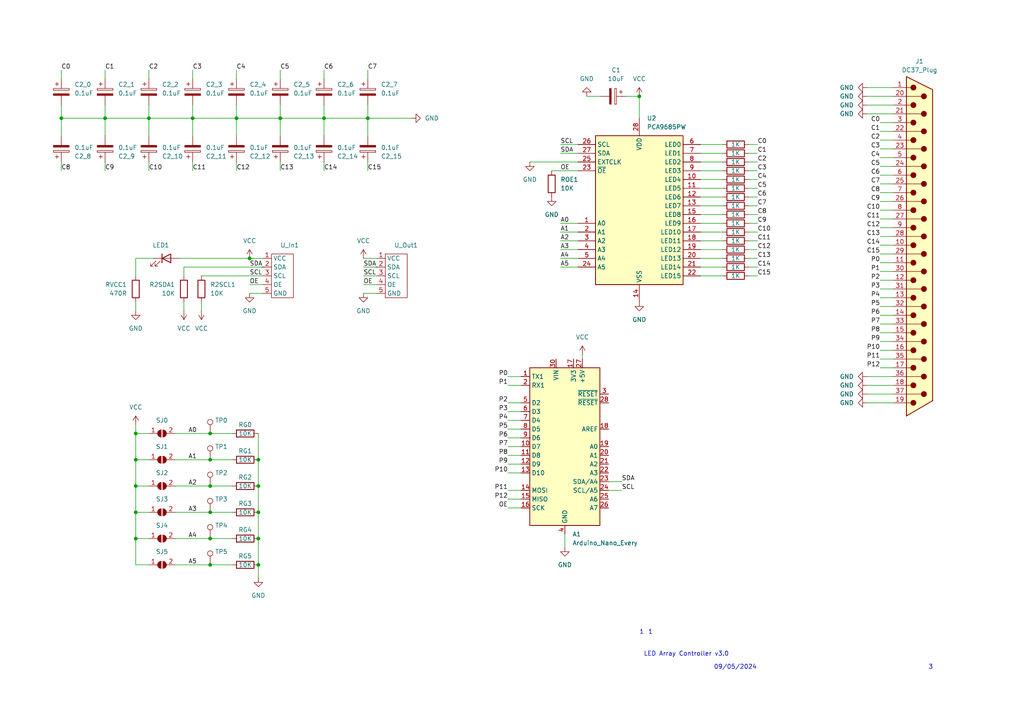
<source format=kicad_sch>
(kicad_sch (version 20230121) (generator eeschema)
  (paper "A4")
  (lib_symbols
    (symbol "Connector:DC37_Plug" (pin_names (offset 1.016) hide)
      (property "Reference" "J" (at 0 50.8 0))
      (property "Value" "DC37_Plug" (at 0 -50.8 0))
      (symbol "DC37_Plug_1_1"
        (pin passive line (at -7.62 -45.72 0) (length 3.81) (name "1") (number "1"))
        (pin passive line (at -7.62 0 0) (length 3.81) (name "10") (number "10"))
        (pin passive line (at -7.62 5.08 0) (length 3.81) (name "11") (number "11"))
        (pin passive line (at -7.62 10.16 0) (length 3.81) (name "12") (number "12"))
        (pin passive line (at -7.62 15.24 0) (length 3.81) (name "13") (number "13"))
        (pin passive line (at -7.62 20.32 0) (length 3.81) (name "14") (number "14"))
        (pin passive line (at -7.62 25.4 0) (length 3.81) (name "15") (number "15"))
        (pin passive line (at -7.62 30.48 0) (length 3.81) (name "16") (number "16"))
        (pin passive line (at -7.62 35.56 0) (length 3.81) (name "17") (number "17"))
        (pin passive line (at -7.62 40.64 0) (length 3.81) (name "18") (number "18"))
        (pin passive line (at -7.62 45.72 0) (length 3.81) (name "19") (number "19"))
        (pin passive line (at -7.62 -40.64 0) (length 3.81) (name "2") (number "2"))
        (pin passive line (at -7.62 -43.18 0) (length 3.81) (name "20") (number "20"))
        (pin passive line (at -7.62 -38.1 0) (length 3.81) (name "21") (number "21"))
        (pin passive line (at -7.62 -33.02 0) (length 3.81) (name "22") (number "22"))
        (pin passive line (at -7.62 -27.94 0) (length 3.81) (name "23") (number "23"))
        (pin passive line (at -7.62 -22.86 0) (length 3.81) (name "24") (number "24"))
        (pin passive line (at -7.62 -17.78 0) (length 3.81) (name "25") (number "25"))
        (pin passive line (at -7.62 -12.7 0) (length 3.81) (name "26") (number "26"))
        (pin passive line (at -7.62 -7.62 0) (length 3.81) (name "27") (number "27"))
        (pin passive line (at -7.62 -2.54 0) (length 3.81) (name "28") (number "28"))
        (pin passive line (at -7.62 2.54 0) (length 3.81) (name "29") (number "29"))
        (pin passive line (at -7.62 -35.56 0) (length 3.81) (name "3") (number "3"))
        (pin passive line (at -7.62 7.62 0) (length 3.81) (name "30") (number "30"))
        (pin passive line (at -7.62 12.7 0) (length 3.81) (name "31") (number "31"))
        (pin passive line (at -7.62 17.78 0) (length 3.81) (name "32") (number "32"))
        (pin passive line (at -7.62 22.86 0) (length 3.81) (name "33") (number "33"))
        (pin passive line (at -7.62 27.94 0) (length 3.81) (name "34") (number "34"))
        (pin passive line (at -7.62 33.02 0) (length 3.81) (name "35") (number "35"))
        (pin passive line (at -7.62 38.1 0) (length 3.81) (name "36") (number "36"))
        (pin passive line (at -7.62 43.18 0) (length 3.81) (name "37") (number "37"))
        (pin passive line (at -7.62 -30.48 0) (length 3.81) (name "4") (number "4"))
        (pin passive line (at -7.62 -25.4 0) (length 3.81) (name "5") (number "5"))
        (pin passive line (at -7.62 -20.32 0) (length 3.81) (name "6") (number "6"))
        (pin passive line (at -7.62 -15.24 0) (length 3.81) (name "7") (number "7"))
        (pin passive line (at -7.62 -10.16 0) (length 3.81) (name "8") (number "8"))
        (pin passive line (at -7.62 -5.08 0) (length 3.81) (name "9") (number "9"))
      )
    )
    (symbol "Connector:TestPoint" (pin_numbers hide) (pin_names (offset 0.762) hide)
      (property "Reference" "TP" (at 0 6.858 0))
      (property "Value" "TestPoint" (at 0 5.08 0))
      (symbol "TestPoint_1_1"
        (pin passive line (at 0 0 90) (length 2.54) (name "1") (number "1"))
      )
    )
    (symbol "Device:C_Polarized" (pin_numbers hide) (pin_names (offset 0.254))
      (property "Reference" "C" (at 0.635 2.54 0))
      (property "Value" "C_Polarized" (at 0.635 -2.54 0))
      (symbol "C_Polarized_1_1"
        (pin passive line (at 0 3.81 270) (length 2.794) (name "~") (number "1"))
        (pin passive line (at 0 -3.81 90) (length 2.794) (name "~") (number "2"))
      )
    )
    (symbol "Device:LED" (pin_numbers hide) (pin_names (offset 1.016) hide)
      (property "Reference" "D" (at 0 2.54 0))
      (property "Value" "LED" (at 0 -2.54 0))
      (symbol "LED_1_1"
        (pin passive line (at -3.81 0 0) (length 2.54) (name "K") (number "1"))
        (pin passive line (at 3.81 0 180) (length 2.54) (name "A") (number "2"))
      )
    )
    (symbol "Device:R" (pin_numbers hide) (pin_names (offset 0))
      (property "Reference" "R" (at 2.032 0 90))
      (property "Value" "R" (at 0 0 90))
      (symbol "R_1_1"
        (pin passive line (at 0 3.81 270) (length 1.27) (name "~") (number "1"))
        (pin passive line (at 0 -3.81 90) (length 1.27) (name "~") (number "2"))
      )
    )
    (symbol "Driver_LED:PCA9685PW"
      (property "Reference" "U" (at -12.7 22.225 0))
      (property "Value" "PCA9685PW" (at 1.27 22.225 0))
      (symbol "PCA9685PW_1_1"
        (pin input line (at -17.78 -5.08 0) (length 5.08) (name "A0") (number "1"))
        (pin output line (at 17.78 7.62 180) (length 5.08) (name "LED4") (number "10"))
        (pin output line (at 17.78 5.08 180) (length 5.08) (name "LED5") (number "11"))
        (pin output line (at 17.78 2.54 180) (length 5.08) (name "LED6") (number "12"))
        (pin output line (at 17.78 0 180) (length 5.08) (name "LED7") (number "13"))
        (pin power_in line (at 0 -27.94 90) (length 5.08) (name "VSS") (number "14"))
        (pin output line (at 17.78 -2.54 180) (length 5.08) (name "LED8") (number "15"))
        (pin output line (at 17.78 -5.08 180) (length 5.08) (name "LED9") (number "16"))
        (pin output line (at 17.78 -7.62 180) (length 5.08) (name "LED10") (number "17"))
        (pin output line (at 17.78 -10.16 180) (length 5.08) (name "LED11") (number "18"))
        (pin output line (at 17.78 -12.7 180) (length 5.08) (name "LED12") (number "19"))
        (pin input line (at -17.78 -7.62 0) (length 5.08) (name "A1") (number "2"))
        (pin output line (at 17.78 -15.24 180) (length 5.08) (name "LED13") (number "20"))
        (pin output line (at 17.78 -17.78 180) (length 5.08) (name "LED14") (number "21"))
        (pin output line (at 17.78 -20.32 180) (length 5.08) (name "LED15") (number "22"))
        (pin input line (at -17.78 10.16 0) (length 5.08) (name "~{OE}") (number "23"))
        (pin input line (at -17.78 -17.78 0) (length 5.08) (name "A5") (number "24"))
        (pin input line (at -17.78 12.7 0) (length 5.08) (name "EXTCLK") (number "25"))
        (pin input line (at -17.78 17.78 0) (length 5.08) (name "SCL") (number "26"))
        (pin bidirectional line (at -17.78 15.24 0) (length 5.08) (name "SDA") (number "27"))
        (pin power_in line (at 0 25.4 270) (length 5.08) (name "VDD") (number "28"))
        (pin input line (at -17.78 -10.16 0) (length 5.08) (name "A2") (number "3"))
        (pin input line (at -17.78 -12.7 0) (length 5.08) (name "A3") (number "4"))
        (pin input line (at -17.78 -15.24 0) (length 5.08) (name "A4") (number "5"))
        (pin output line (at 17.78 17.78 180) (length 5.08) (name "LED0") (number "6"))
        (pin output line (at 17.78 15.24 180) (length 5.08) (name "LED1") (number "7"))
        (pin output line (at 17.78 12.7 180) (length 5.08) (name "LED2") (number "8"))
        (pin output line (at 17.78 10.16 180) (length 5.08) (name "LED3") (number "9"))
      )
    )
    (symbol "Jumper:SolderJumper_2_Open" (pin_names (offset 0) hide)
      (property "Reference" "JP" (at 0 2.032 0))
      (property "Value" "SolderJumper_2_Open" (at 0 -2.54 0))
      (symbol "SolderJumper_2_Open_1_1"
        (pin passive line (at -3.81 0 0) (length 2.54) (name "A") (number "1"))
        (pin passive line (at 3.81 0 180) (length 2.54) (name "B") (number "2"))
      )
    )
    (symbol "MCU_Module:Arduino_Nano_Every"
      (property "Reference" "A" (at -10.16 23.495 0))
      (property "Value" "Arduino_Nano_Every" (at 5.08 -24.13 0))
      (symbol "Arduino_Nano_Every_1_1"
        (pin bidirectional line (at -12.7 20.32 0) (length 2.54) (name "TX1") (number "1"))
        (pin bidirectional line (at -12.7 0 0) (length 2.54) (name "D7") (number "10"))
        (pin bidirectional line (at -12.7 -2.54 0) (length 2.54) (name "D8") (number "11"))
        (pin bidirectional line (at -12.7 -5.08 0) (length 2.54) (name "D9") (number "12"))
        (pin bidirectional line (at -12.7 -7.62 0) (length 2.54) (name "D10") (number "13"))
        (pin bidirectional line (at -12.7 -12.7 0) (length 2.54) (name "MOSI") (number "14"))
        (pin bidirectional line (at -12.7 -15.24 0) (length 2.54) (name "MISO") (number "15"))
        (pin bidirectional line (at -12.7 -17.78 0) (length 2.54) (name "SCK") (number "16"))
        (pin power_out line (at 2.54 25.4 270) (length 2.54) (name "3V3") (number "17"))
        (pin input line (at 12.7 5.08 180) (length 2.54) (name "AREF") (number "18"))
        (pin bidirectional line (at 12.7 0 180) (length 2.54) (name "A0") (number "19"))
        (pin bidirectional line (at -12.7 17.78 0) (length 2.54) (name "RX1") (number "2"))
        (pin bidirectional line (at 12.7 -2.54 180) (length 2.54) (name "A1") (number "20"))
        (pin bidirectional line (at 12.7 -5.08 180) (length 2.54) (name "A2") (number "21"))
        (pin bidirectional line (at 12.7 -7.62 180) (length 2.54) (name "A3") (number "22"))
        (pin bidirectional line (at 12.7 -10.16 180) (length 2.54) (name "SDA/A4") (number "23"))
        (pin bidirectional line (at 12.7 -12.7 180) (length 2.54) (name "SCL/A5") (number "24"))
        (pin bidirectional line (at 12.7 -15.24 180) (length 2.54) (name "A6") (number "25"))
        (pin bidirectional line (at 12.7 -17.78 180) (length 2.54) (name "A7") (number "26"))
        (pin power_out line (at 5.08 25.4 270) (length 2.54) (name "+5V") (number "27"))
        (pin input line (at 12.7 12.7 180) (length 2.54) (name "~{RESET}") (number "28"))
        (pin passive line (at 0 -25.4 90) (length 2.54) hide (name "GND") (number "29"))
        (pin input line (at 12.7 15.24 180) (length 2.54) (name "~{RESET}") (number "3"))
        (pin power_in line (at -2.54 25.4 270) (length 2.54) (name "VIN") (number "30"))
        (pin power_in line (at 0 -25.4 90) (length 2.54) (name "GND") (number "4"))
        (pin bidirectional line (at -12.7 12.7 0) (length 2.54) (name "D2") (number "5"))
        (pin bidirectional line (at -12.7 10.16 0) (length 2.54) (name "D3") (number "6"))
        (pin bidirectional line (at -12.7 7.62 0) (length 2.54) (name "D4") (number "7"))
        (pin bidirectional line (at -12.7 5.08 0) (length 2.54) (name "D5") (number "8"))
        (pin bidirectional line (at -12.7 2.54 0) (length 2.54) (name "D6") (number "9"))
      )
    )
    (symbol "Nano-Driver-Components:Board-Connector"
      (property "Reference" "U" (at 0 10.16 0))
      (symbol "Board-Connector_1_1"
        (pin input line (at -2.54 2.54 0) (length 2.54) (name "VCC") (number "1"))
        (pin input line (at -2.54 0 0) (length 2.54) (name "SDA") (number "2"))
        (pin input line (at -2.54 -2.54 0) (length 2.54) (name "SCL") (number "3"))
        (pin input line (at -2.54 -5.08 0) (length 2.54) (name "OE") (number "4"))
        (pin power_in line (at -2.54 -7.62 0) (length 2.54) (name "GND") (number "5"))
      )
    )
    (symbol "power:GND" (power) (pin_names (offset 0))
      (property "Value" "GND" (at 0 -3.81 0))
      (symbol "GND_1_1"
        (pin power_in line (at 0 0 270) (length 0) hide (name "GND") (number "1"))
      )
    )
    (symbol "power:VCC" (power) (pin_names (offset 0))
      (property "Value" "VCC" (at 0 3.81 0))
      (symbol "VCC_1_1"
        (pin power_in line (at 0 0 90) (length 0) hide (name "VCC") (number "1"))
      )
    )
  )
  (junction (at 68.58 34.29))
  (junction (at 74.93 156.21))
  (junction (at 30.48 34.29))
  (junction (at 60.96 133.35))
  (junction (at 60.96 125.73))
  (junction (at 39.37 133.35))
  (junction (at 60.96 163.83))
  (junction (at 60.96 140.97))
  (junction (at 39.37 125.73))
  (junction (at 74.93 140.97))
  (junction (at 39.37 156.21))
  (junction (at 39.37 148.59))
  (junction (at 93.98 34.29))
  (junction (at 55.88 34.29))
  (junction (at 185.42 27.94))
  (junction (at 39.37 140.97))
  (junction (at 81.28 34.29))
  (junction (at 17.78 34.29))
  (junction (at 106.68 34.29))
  (junction (at 60.96 148.59))
  (junction (at 74.93 163.83))
  (junction (at 74.93 133.35))
  (junction (at 72.39 74.93))
  (junction (at 43.18 34.29))
  (junction (at 60.96 156.21))
  (junction (at 74.93 148.59))
  (wire (pts (xy 203.2 41.91) (xy 209.55 41.91)))
  (wire (pts (xy 219.71 62.23) (xy 217.17 62.23)))
  (wire (pts (xy 39.37 156.21) (xy 43.18 156.21)))
  (wire (pts (xy 255.27 40.64) (xy 259.08 40.64)))
  (wire (pts (xy 53.34 90.17) (xy 53.34 87.63)))
  (wire (pts (xy 55.88 20.32) (xy 55.88 22.86)))
  (wire (pts (xy 81.28 20.32) (xy 81.28 22.86)))
  (wire (pts (xy 39.37 163.83) (xy 43.18 163.83)))
  (wire (pts (xy 50.8 125.73) (xy 60.96 125.73)))
  (wire (pts (xy 50.8 156.21) (xy 60.96 156.21)))
  (wire (pts (xy 255.27 50.8) (xy 259.08 50.8)))
  (wire (pts (xy 255.27 93.98) (xy 259.08 93.98)))
  (wire (pts (xy 255.27 35.56) (xy 259.08 35.56)))
  (wire (pts (xy 255.27 86.36) (xy 259.08 86.36)))
  (wire (pts (xy 251.46 27.94) (xy 259.08 27.94)))
  (wire (pts (xy 255.27 63.5) (xy 259.08 63.5)))
  (wire (pts (xy 219.71 52.07) (xy 217.17 52.07)))
  (wire (pts (xy 39.37 156.21) (xy 39.37 163.83)))
  (wire (pts (xy 168.91 102.87) (xy 168.91 104.14)))
  (wire (pts (xy 105.41 74.93) (xy 109.22 74.93)))
  (wire (pts (xy 68.58 30.48) (xy 68.58 34.29)))
  (wire (pts (xy 53.34 77.47) (xy 76.2 77.47)))
  (wire (pts (xy 39.37 125.73) (xy 43.18 125.73)))
  (wire (pts (xy 162.56 44.45) (xy 167.64 44.45)))
  (wire (pts (xy 255.27 81.28) (xy 259.08 81.28)))
  (wire (pts (xy 74.93 125.73) (xy 74.93 133.35)))
  (wire (pts (xy 52.07 74.93) (xy 72.39 74.93)))
  (wire (pts (xy 67.31 163.83) (xy 60.96 163.83)))
  (wire (pts (xy 162.56 41.91) (xy 167.64 41.91)))
  (wire (pts (xy 147.32 121.92) (xy 151.13 121.92)))
  (wire (pts (xy 203.2 62.23) (xy 209.55 62.23)))
  (wire (pts (xy 203.2 54.61) (xy 209.55 54.61)))
  (wire (pts (xy 162.56 77.47) (xy 167.64 77.47)))
  (wire (pts (xy 255.27 91.44) (xy 259.08 91.44)))
  (wire (pts (xy 219.71 44.45) (xy 217.17 44.45)))
  (wire (pts (xy 17.78 39.37) (xy 17.78 34.29)))
  (wire (pts (xy 147.32 137.16) (xy 151.13 137.16)))
  (wire (pts (xy 67.31 156.21) (xy 60.96 156.21)))
  (wire (pts (xy 180.34 139.7) (xy 176.53 139.7)))
  (wire (pts (xy 219.71 77.47) (xy 217.17 77.47)))
  (wire (pts (xy 255.27 48.26) (xy 259.08 48.26)))
  (wire (pts (xy 255.27 43.18) (xy 259.08 43.18)))
  (wire (pts (xy 219.71 69.85) (xy 217.17 69.85)))
  (wire (pts (xy 203.2 67.31) (xy 209.55 67.31)))
  (wire (pts (xy 30.48 30.48) (xy 30.48 34.29)))
  (wire (pts (xy 81.28 49.53) (xy 81.28 46.99)))
  (wire (pts (xy 93.98 30.48) (xy 93.98 34.29)))
  (wire (pts (xy 162.56 67.31) (xy 167.64 67.31)))
  (wire (pts (xy 39.37 148.59) (xy 43.18 148.59)))
  (wire (pts (xy 219.71 46.99) (xy 217.17 46.99)))
  (wire (pts (xy 255.27 76.2) (xy 259.08 76.2)))
  (wire (pts (xy 180.34 142.24) (xy 176.53 142.24)))
  (wire (pts (xy 255.27 71.12) (xy 259.08 71.12)))
  (wire (pts (xy 147.32 111.76) (xy 151.13 111.76)))
  (wire (pts (xy 255.27 45.72) (xy 259.08 45.72)))
  (wire (pts (xy 55.88 30.48) (xy 55.88 34.29)))
  (wire (pts (xy 251.46 114.3) (xy 259.08 114.3)))
  (wire (pts (xy 251.46 30.48) (xy 259.08 30.48)))
  (wire (pts (xy 219.71 64.77) (xy 217.17 64.77)))
  (wire (pts (xy 39.37 125.73) (xy 39.37 133.35)))
  (wire (pts (xy 203.2 46.99) (xy 209.55 46.99)))
  (wire (pts (xy 203.2 80.01) (xy 209.55 80.01)))
  (wire (pts (xy 67.31 148.59) (xy 60.96 148.59)))
  (wire (pts (xy 181.61 27.94) (xy 185.42 27.94)))
  (wire (pts (xy 43.18 49.53) (xy 43.18 46.99)))
  (wire (pts (xy 74.93 133.35) (xy 74.93 140.97)))
  (wire (pts (xy 185.42 27.94) (xy 185.42 34.29)))
  (wire (pts (xy 93.98 20.32) (xy 93.98 22.86)))
  (wire (pts (xy 147.32 119.38) (xy 151.13 119.38)))
  (wire (pts (xy 255.27 78.74) (xy 259.08 78.74)))
  (wire (pts (xy 255.27 99.06) (xy 259.08 99.06)))
  (wire (pts (xy 50.8 140.97) (xy 60.96 140.97)))
  (wire (pts (xy 39.37 133.35) (xy 39.37 140.97)))
  (wire (pts (xy 106.68 34.29) (xy 106.68 39.37)))
  (wire (pts (xy 203.2 49.53) (xy 209.55 49.53)))
  (wire (pts (xy 162.56 72.39) (xy 167.64 72.39)))
  (wire (pts (xy 251.46 25.4) (xy 259.08 25.4)))
  (wire (pts (xy 72.39 82.55) (xy 76.2 82.55)))
  (wire (pts (xy 43.18 30.48) (xy 43.18 34.29)))
  (wire (pts (xy 163.83 158.75) (xy 163.83 154.94)))
  (wire (pts (xy 255.27 66.04) (xy 259.08 66.04)))
  (wire (pts (xy 255.27 106.68) (xy 259.08 106.68)))
  (wire (pts (xy 74.93 156.21) (xy 74.93 163.83)))
  (wire (pts (xy 72.39 74.93) (xy 76.2 74.93)))
  (wire (pts (xy 255.27 68.58) (xy 259.08 68.58)))
  (wire (pts (xy 203.2 57.15) (xy 209.55 57.15)))
  (wire (pts (xy 67.31 125.73) (xy 60.96 125.73)))
  (wire (pts (xy 162.56 64.77) (xy 167.64 64.77)))
  (wire (pts (xy 147.32 124.46) (xy 151.13 124.46)))
  (wire (pts (xy 203.2 69.85) (xy 209.55 69.85)))
  (wire (pts (xy 30.48 49.53) (xy 30.48 46.99)))
  (wire (pts (xy 203.2 52.07) (xy 209.55 52.07)))
  (wire (pts (xy 147.32 129.54) (xy 151.13 129.54)))
  (wire (pts (xy 255.27 101.6) (xy 259.08 101.6)))
  (wire (pts (xy 50.8 148.59) (xy 60.96 148.59)))
  (wire (pts (xy 17.78 30.48) (xy 17.78 34.29)))
  (wire (pts (xy 106.68 20.32) (xy 106.68 22.86)))
  (wire (pts (xy 81.28 34.29) (xy 93.98 34.29)))
  (wire (pts (xy 106.68 49.53) (xy 106.68 46.99)))
  (wire (pts (xy 219.71 80.01) (xy 217.17 80.01)))
  (wire (pts (xy 255.27 58.42) (xy 259.08 58.42)))
  (wire (pts (xy 67.31 140.97) (xy 60.96 140.97)))
  (wire (pts (xy 68.58 49.53) (xy 68.58 46.99)))
  (wire (pts (xy 30.48 34.29) (xy 43.18 34.29)))
  (wire (pts (xy 203.2 77.47) (xy 209.55 77.47)))
  (wire (pts (xy 219.71 49.53) (xy 217.17 49.53)))
  (wire (pts (xy 203.2 74.93) (xy 209.55 74.93)))
  (wire (pts (xy 43.18 20.32) (xy 43.18 22.86)))
  (wire (pts (xy 255.27 96.52) (xy 259.08 96.52)))
  (wire (pts (xy 68.58 20.32) (xy 68.58 22.86)))
  (wire (pts (xy 39.37 90.17) (xy 39.37 87.63)))
  (wire (pts (xy 67.31 133.35) (xy 60.96 133.35)))
  (wire (pts (xy 74.93 148.59) (xy 74.93 156.21)))
  (wire (pts (xy 147.32 132.08) (xy 151.13 132.08)))
  (wire (pts (xy 106.68 34.29) (xy 119.38 34.29)))
  (wire (pts (xy 105.41 77.47) (xy 109.22 77.47)))
  (wire (pts (xy 153.67 46.99) (xy 167.64 46.99)))
  (wire (pts (xy 255.27 88.9) (xy 259.08 88.9)))
  (wire (pts (xy 251.46 116.84) (xy 259.08 116.84)))
  (wire (pts (xy 68.58 34.29) (xy 81.28 34.29)))
  (wire (pts (xy 43.18 34.29) (xy 43.18 39.37)))
  (wire (pts (xy 105.41 80.01) (xy 109.22 80.01)))
  (wire (pts (xy 39.37 140.97) (xy 43.18 140.97)))
  (wire (pts (xy 81.28 34.29) (xy 81.28 39.37)))
  (wire (pts (xy 17.78 34.29) (xy 30.48 34.29)))
  (wire (pts (xy 147.32 134.62) (xy 151.13 134.62)))
  (wire (pts (xy 219.71 41.91) (xy 217.17 41.91)))
  (wire (pts (xy 55.88 49.53) (xy 55.88 46.99)))
  (wire (pts (xy 255.27 60.96) (xy 259.08 60.96)))
  (wire (pts (xy 93.98 34.29) (xy 93.98 39.37)))
  (wire (pts (xy 219.71 57.15) (xy 217.17 57.15)))
  (wire (pts (xy 219.71 54.61) (xy 217.17 54.61)))
  (wire (pts (xy 50.8 133.35) (xy 60.96 133.35)))
  (wire (pts (xy 53.34 77.47) (xy 53.34 80.01)))
  (wire (pts (xy 251.46 109.22) (xy 259.08 109.22)))
  (wire (pts (xy 68.58 34.29) (xy 68.58 39.37)))
  (wire (pts (xy 39.37 80.01) (xy 39.37 74.93)))
  (wire (pts (xy 74.93 140.97) (xy 74.93 148.59)))
  (wire (pts (xy 30.48 20.32) (xy 30.48 22.86)))
  (wire (pts (xy 17.78 20.32) (xy 17.78 22.86)))
  (wire (pts (xy 160.02 49.53) (xy 167.64 49.53)))
  (wire (pts (xy 255.27 83.82) (xy 259.08 83.82)))
  (wire (pts (xy 39.37 74.93) (xy 44.45 74.93)))
  (wire (pts (xy 147.32 109.22) (xy 151.13 109.22)))
  (wire (pts (xy 203.2 64.77) (xy 209.55 64.77)))
  (wire (pts (xy 203.2 44.45) (xy 209.55 44.45)))
  (wire (pts (xy 147.32 144.78) (xy 151.13 144.78)))
  (wire (pts (xy 219.71 59.69) (xy 217.17 59.69)))
  (wire (pts (xy 39.37 148.59) (xy 39.37 156.21)))
  (wire (pts (xy 255.27 104.14) (xy 259.08 104.14)))
  (wire (pts (xy 74.93 163.83) (xy 74.93 167.64)))
  (wire (pts (xy 251.46 111.76) (xy 259.08 111.76)))
  (wire (pts (xy 147.32 147.32) (xy 151.13 147.32)))
  (wire (pts (xy 50.8 163.83) (xy 60.96 163.83)))
  (wire (pts (xy 39.37 133.35) (xy 43.18 133.35)))
  (wire (pts (xy 105.41 85.09) (xy 109.22 85.09)))
  (wire (pts (xy 105.41 82.55) (xy 109.22 82.55)))
  (wire (pts (xy 219.71 72.39) (xy 217.17 72.39)))
  (wire (pts (xy 55.88 34.29) (xy 68.58 34.29)))
  (wire (pts (xy 255.27 73.66) (xy 259.08 73.66)))
  (wire (pts (xy 203.2 59.69) (xy 209.55 59.69)))
  (wire (pts (xy 255.27 38.1) (xy 259.08 38.1)))
  (wire (pts (xy 72.39 85.09) (xy 76.2 85.09)))
  (wire (pts (xy 30.48 34.29) (xy 30.48 39.37)))
  (wire (pts (xy 17.78 49.53) (xy 17.78 46.99)))
  (wire (pts (xy 55.88 34.29) (xy 55.88 39.37)))
  (wire (pts (xy 81.28 30.48) (xy 81.28 34.29)))
  (wire (pts (xy 39.37 123.19) (xy 39.37 125.73)))
  (wire (pts (xy 93.98 49.53) (xy 93.98 46.99)))
  (wire (pts (xy 147.32 142.24) (xy 151.13 142.24)))
  (wire (pts (xy 203.2 72.39) (xy 209.55 72.39)))
  (wire (pts (xy 255.27 53.34) (xy 259.08 53.34)))
  (wire (pts (xy 219.71 74.93) (xy 217.17 74.93)))
  (wire (pts (xy 147.32 116.84) (xy 151.13 116.84)))
  (wire (pts (xy 162.56 69.85) (xy 167.64 69.85)))
  (wire (pts (xy 170.18 27.94) (xy 173.99 27.94)))
  (wire (pts (xy 39.37 140.97) (xy 39.37 148.59)))
  (wire (pts (xy 106.68 30.48) (xy 106.68 34.29)))
  (wire (pts (xy 58.42 80.01) (xy 76.2 80.01)))
  (wire (pts (xy 58.42 90.17) (xy 58.42 87.63)))
  (wire (pts (xy 43.18 34.29) (xy 55.88 34.29)))
  (wire (pts (xy 251.46 33.02) (xy 259.08 33.02)))
  (wire (pts (xy 162.56 74.93) (xy 167.64 74.93)))
  (wire (pts (xy 147.32 127) (xy 151.13 127)))
  (wire (pts (xy 219.71 67.31) (xy 217.17 67.31)))
  (wire (pts (xy 255.27 55.88) (xy 259.08 55.88)))
  (wire (pts (xy 93.98 34.29) (xy 106.68 34.29)))
  (text "1" (at 187.96 184.15 0) (effects (font (size 1.27 1.27)) (justify left bottom)))
  (text "1" (at 185.42 184.15 0) (effects (font (size 1.27 1.27)) (justify left bottom)))
  (text "09/05/2024" (at 207.01 194.31 0) (effects (font (size 1.27 1.27)) (justify left bottom)))
  (text "3" (at 269.24 194.31 0) (effects (font (size 1.27 1.27)) (justify left bottom)))
  (text "LED Array Controller v3.0" (at 186.69 190.5 0) (effects (font (size 1.27 1.27)) (justify left bottom)))
  (label "C14" (at 93.98 49.53 0) (property "Netclass" "C14" (effects hide)))
  (label "P0" (at 255.27 76.2 180) (property "Netclass" "P0" (effects hide)))
  (label "C8" (at 219.71 62.23 0) (property "Netclass" "C8" (effects hide)))
  (label "OE" (at 147.32 147.32 180) (property "Netclass" "OE" (effects hide)))
  (label "C7" (at 219.71 59.69 0) (property "Netclass" "C7" (effects hide)))
  (label "P11" (at 147.32 142.24 180) (property "Netclass" "P11" (effects hide)))
  (label "P3" (at 147.32 119.38 180) (property "Netclass" "P3" (effects hide)))
  (label "A1" (at 162.56 67.31 0) (property "A1" "A1" (effects hide)))
  (label "C10" (at 43.18 49.53 0) (property "Netclass" "C10" (effects hide)))
  (label "C1" (at 255.27 38.1 180) (property "Netclass" "C1" (effects hide)))
  (label "SCL" (at 180.34 142.24 0) (property "Netclass" "SCL" (effects hide)))
  (label "SCL" (at 105.41 80.01 0) (property "Netclass" "SCL" (effects hide)))
  (label "P1" (at 255.27 78.74 180) (property "Netclass" "P1" (effects hide)))
  (label "P8" (at 147.32 132.08 180) (property "Netclass" "P8" (effects hide)))
  (label "C4" (at 68.58 20.32 0) (property "Netclass" "C4" (effects hide)))
  (label "C15" (at 219.71 80.01 0) (property "Netclass" "C15" (effects hide)))
  (label "C5" (at 255.27 48.26 180) (property "Netclass" "C5" (effects hide)))
  (label "A4" (at 54.61 156.21 0) (property "A4" "A4" (effects hide)))
  (label "C8" (at 17.78 49.53 0) (property "Netclass" "C8" (effects hide)))
  (label "SCL" (at 162.56 41.91 0) (property "Netclass" "SCL" (effects hide)))
  (label "A0" (at 162.56 64.77 0) (property "A0" "A0" (effects hide)))
  (label "SDA" (at 105.41 77.47 0) (property "Netclass" "SDA" (effects hide)))
  (label "OE" (at 162.56 49.53 0) (property "Netclass" "OE" (effects hide)))
  (label "C1" (at 30.48 20.32 0) (property "Netclass" "C1" (effects hide)))
  (label "A1" (at 54.61 133.35 0) (property "A1" "A1" (effects hide)))
  (label "C3" (at 219.71 49.53 0) (property "Netclass" "C3" (effects hide)))
  (label "P6" (at 255.27 91.44 180) (property "Netclass" "P6" (effects hide)))
  (label "P4" (at 255.27 86.36 180) (property "Netclass" "P4" (effects hide)))
  (label "P9" (at 255.27 99.06 180) (property "Netclass" "P9" (effects hide)))
  (label "P2" (at 255.27 81.28 180) (property "Netclass" "P2" (effects hide)))
  (label "A5" (at 162.56 77.47 0) (property "A5" "A5" (effects hide)))
  (label "A0" (at 54.61 125.73 0) (property "A0" "A0" (effects hide)))
  (label "A2" (at 54.61 140.97 0) (property "A2" "A2" (effects hide)))
  (label "P11" (at 255.27 104.14 180) (property "Netclass" "P11" (effects hide)))
  (label "P2" (at 147.32 116.84 180) (property "Netclass" "P2" (effects hide)))
  (label "C0" (at 17.78 20.32 0) (property "Netclass" "C0" (effects hide)))
  (label "C11" (at 219.71 69.85 0) (property "Netclass" "C11" (effects hide)))
  (label "C9" (at 255.27 58.42 180) (property "Netclass" "C9" (effects hide)))
  (label "OE" (at 105.41 82.55 0) (property "Netclass" "OE" (effects hide)))
  (label "C9" (at 219.71 64.77 0) (property "Netclass" "C9" (effects hide)))
  (label "C15" (at 255.27 73.66 180) (property "Netclass" "C15" (effects hide)))
  (label "A2" (at 162.56 69.85 0) (property "A2" "A2" (effects hide)))
  (label "A3" (at 54.61 148.59 0) (property "A3" "A3" (effects hide)))
  (label "A5" (at 54.61 163.83 0) (property "A5" "A5" (effects hide)))
  (label "P3" (at 255.27 83.82 180) (property "Netclass" "P3" (effects hide)))
  (label "C10" (at 255.27 60.96 180) (property "Netclass" "C10" (effects hide)))
  (label "C6" (at 93.98 20.32 0) (property "Netclass" "C6" (effects hide)))
  (label "C12" (at 68.58 49.53 0) (property "Netclass" "C12" (effects hide)))
  (label "C10" (at 219.71 67.31 0) (property "Netclass" "C10" (effects hide)))
  (label "C3" (at 55.88 20.32 0) (property "Netclass" "C3" (effects hide)))
  (label "P8" (at 255.27 96.52 180) (property "Netclass" "P8" (effects hide)))
  (label "C7" (at 255.27 53.34 180) (property "Netclass" "C7" (effects hide)))
  (label "C14" (at 219.71 77.47 0) (property "Netclass" "C14" (effects hide)))
  (label "C13" (at 255.27 68.58 180) (property "Netclass" "C13" (effects hide)))
  (label "P12" (at 255.27 106.68 180) (property "Netclass" "P12" (effects hide)))
  (label "SDA" (at 162.56 44.45 0) (property "Netclass" "SDA" (effects hide)))
  (label "P12" (at 147.32 144.78 180) (property "Netclass" "P12" (effects hide)))
  (label "C9" (at 30.48 49.53 0) (property "Netclass" "C9" (effects hide)))
  (label "C0" (at 219.71 41.91 0) (property "Netclass" "C0" (effects hide)))
  (label "P6" (at 147.32 127 180) (property "Netclass" "P6" (effects hide)))
  (label "SDA" (at 72.39 77.47 0) (property "Netclass" "SDA" (effects hide)))
  (label "C2" (at 219.71 46.99 0) (property "Netclass" "C2" (effects hide)))
  (label "P1" (at 147.32 111.76 180) (property "Netclass" "P1" (effects hide)))
  (label "C15" (at 106.68 49.53 0) (property "Netclass" "C15" (effects hide)))
  (label "C11" (at 255.27 63.5 180) (property "Netclass" "C11" (effects hide)))
  (label "C2" (at 43.18 20.32 0) (property "Netclass" "C2" (effects hide)))
  (label "P7" (at 255.27 93.98 180) (property "Netclass" "P7" (effects hide)))
  (label "A4" (at 162.56 74.93 0) (property "A4" "A4" (effects hide)))
  (label "P0" (at 147.32 109.22 180) (property "Netclass" "P0" (effects hide)))
  (label "P9" (at 147.32 134.62 180) (property "Netclass" "P9" (effects hide)))
  (label "SCL" (at 72.39 80.01 0) (property "Netclass" "SCL" (effects hide)))
  (label "C1" (at 219.71 44.45 0) (property "Netclass" "C1" (effects hide)))
  (label "C4" (at 219.71 52.07 0) (property "Netclass" "C4" (effects hide)))
  (label "C11" (at 55.88 49.53 0) (property "Netclass" "C11" (effects hide)))
  (label "P10" (at 147.32 137.16 180) (property "Netclass" "P10" (effects hide)))
  (label "C6" (at 255.27 50.8 180) (property "Netclass" "C6" (effects hide)))
  (label "P4" (at 147.32 121.92 180) (property "Netclass" "P4" (effects hide)))
  (label "P5" (at 255.27 88.9 180) (property "Netclass" "P5" (effects hide)))
  (label "C5" (at 219.71 54.61 0) (property "Netclass" "C5" (effects hide)))
  (label "C0" (at 255.27 35.56 180) (property "Netclass" "C0" (effects hide)))
  (label "C8" (at 255.27 55.88 180) (property "Netclass" "C8" (effects hide)))
  (label "C6" (at 219.71 57.15 0) (property "Netclass" "C6" (effects hide)))
  (label "P7" (at 147.32 129.54 180) (property "Netclass" "P7" (effects hide)))
  (label "SDA" (at 180.34 139.7 0) (property "Netclass" "SDA" (effects hide)))
  (label "C13" (at 219.71 74.93 0) (property "Netclass" "C13" (effects hide)))
  (label "C2" (at 255.27 40.64 180) (property "Netclass" "C2" (effects hide)))
  (label "C13" (at 81.28 49.53 0) (property "Netclass" "C13" (effects hide)))
  (label "P10" (at 255.27 101.6 180) (property "Netclass" "P10" (effects hide)))
  (label "A3" (at 162.56 72.39 0) (property "A3" "A3" (effects hide)))
  (label "P5" (at 147.32 124.46 180) (property "Netclass" "P5" (effects hide)))
  (label "C3" (at 255.27 43.18 180) (property "Netclass" "C3" (effects hide)))
  (label "C5" (at 81.28 20.32 0) (property "Netclass" "C5" (effects hide)))
  (label "C14" (at 255.27 71.12 180) (property "Netclass" "C14" (effects hide)))
  (label "C12" (at 255.27 66.04 180) (property "Netclass" "C12" (effects hide)))
  (label "OE" (at 72.39 82.55 0) (property "Netclass" "OE" (effects hide)))
  (label "C12" (at 219.71 72.39 0) (property "Netclass" "C12" (effects hide)))
  (label "C4" (at 255.27 45.72 180) (property "Netclass" "C4" (effects hide)))
  (label "C7" (at 106.68 20.32 0) (property "Netclass" "C7" (effects hide)))
  (symbol (lib_id "Jumper:SolderJumper_2_Open") (at 46.99 125.73 0) (unit 1)
    (property "Reference" "SJ0" (at 46.99 121.92 0))
    (property "Value" "SolderJumper_2_Open" (effects hide))
    (property "Footprint" "Jumper:SolderJumper-2_P1.3mm_Open_RoundedPad1.0x1.5mm" (effects hide))
  )
  (symbol (lib_id "Device:R") (at 213.36 54.61 90) (unit 1)
    (property "Reference" "R5" (effects hide))
    (property "Value" "1K" (at 213.36 54.61 90))
    (property "Footprint" "Resistor_THT:R_Axial_DIN0207_L6.3mm_D2.5mm_P15.24mm_Horizontal" (effects hide))
  )
  (symbol (lib_id "MCU_Module:Arduino_Nano_Every") (at 163.83 129.54 0) (unit 1)
    (property "Reference" "A1" (at 166.0241 154.94 0) (effects (justify left)))
    (property "Value" "Arduino_Nano_Every" (at 166.0241 157.48 0) (effects (justify left)))
    (property "Footprint" "Module:Arduino_Nano" (effects hide))
    (property "Datasheet" "https://content.arduino.cc/assets/NANOEveryV3.0_sch.pdf" (effects hide))
  )
  (symbol (lib_id "Connector:TestPoint") (at 60.96 156.21 0) (mirror y) (unit 1)
    (property "Reference" "TP4" (at 66.04 152.4 0) (effects (justify left)))
    (property "Value" "TestPoint" (effects hide))
    (property "Footprint" "TestPoint:TestPoint_THTPad_1.5x1.5mm_Drill0.7mm" (effects hide))
  )
  (symbol (lib_id "power:GND") (at 153.67 46.99 0) (unit 1)
    (property "Reference" "#PWR013" (effects hide))
    (property "Value" "GND" (at 153.67 52.07 0))
  )
  (symbol (lib_id "Device:C_Polarized") (at 93.98 26.67 0) (unit 1)
    (property "Reference" "C2_6" (at 97.79 24.511 0) (effects (justify left)))
    (property "Value" "0.1uF" (at 97.79 27.051 0) (effects (justify left)))
    (property "Footprint" "Capacitor_THT:CP_Radial_D8.0mm_P2.50mm" (effects hide))
  )
  (symbol (lib_id "Device:C_Polarized") (at 30.48 43.18 0) (mirror x) (unit 1)
    (property "Reference" "C2_9" (at 34.29 45.339 0) (effects (justify left)))
    (property "Value" "0.1uF" (at 34.29 42.799 0) (effects (justify left)))
    (property "Footprint" "Capacitor_THT:CP_Radial_D8.0mm_P2.50mm" (effects hide))
  )
  (symbol (lib_id "power:GND") (at 72.39 85.09 0) (unit 1)
    (property "Reference" "#PWR025" (effects hide))
    (property "Value" "GND" (at 72.39 90.17 0))
  )
  (symbol (lib_id "Device:C_Polarized") (at 81.28 43.18 0) (mirror x) (unit 1)
    (property "Reference" "C2_13" (at 85.09 45.339 0) (effects (justify left)))
    (property "Value" "0.1uF" (at 85.09 42.799 0) (effects (justify left)))
    (property "Footprint" "Capacitor_THT:CP_Radial_D8.0mm_P2.50mm" (effects hide))
  )
  (symbol (lib_id "Device:R") (at 71.12 140.97 270) (unit 1)
    (property "Reference" "RG2" (at 71.12 138.43 90))
    (property "Value" "10K" (at 71.12 140.97 90))
    (property "Footprint" "Resistor_THT:R_Axial_DIN0207_L6.3mm_D2.5mm_P15.24mm_Horizontal" (effects hide))
  )
  (symbol (lib_id "Device:C_Polarized") (at 43.18 43.18 0) (mirror x) (unit 1)
    (property "Reference" "C2_10" (at 46.99 45.339 0) (effects (justify left)))
    (property "Value" "0.1uF" (at 46.99 42.799 0) (effects (justify left)))
    (property "Footprint" "Capacitor_THT:CP_Radial_D8.0mm_P2.50mm" (effects hide))
  )
  (symbol (lib_id "Device:R") (at 213.36 57.15 90) (unit 1)
    (property "Reference" "R6" (effects hide))
    (property "Value" "1K" (at 213.36 57.15 90))
    (property "Footprint" "Resistor_THT:R_Axial_DIN0207_L6.3mm_D2.5mm_P15.24mm_Horizontal" (effects hide))
  )
  (symbol (lib_id "Connector:TestPoint") (at 60.96 125.73 0) (mirror y) (unit 1)
    (property "Reference" "TP0" (at 66.04 121.92 0) (effects (justify left)))
    (property "Value" "TestPoint" (effects hide))
    (property "Footprint" "TestPoint:TestPoint_THTPad_1.5x1.5mm_Drill0.7mm" (effects hide))
  )
  (symbol (lib_id "Device:R") (at 71.12 163.83 270) (unit 1)
    (property "Reference" "RG5" (at 71.12 161.29 90))
    (property "Value" "10K" (at 71.12 163.83 90))
    (property "Footprint" "Resistor_THT:R_Axial_DIN0207_L6.3mm_D2.5mm_P15.24mm_Horizontal" (effects hide))
  )
  (symbol (lib_id "power:GND") (at 251.46 25.4 270) (unit 1)
    (property "Reference" "#PWR06" (effects hide))
    (property "Value" "GND" (at 247.65 25.4 90) (effects (justify right)))
  )
  (symbol (lib_id "Device:C_Polarized") (at 68.58 43.18 0) (mirror x) (unit 1)
    (property "Reference" "C2_12" (at 72.39 45.339 0) (effects (justify left)))
    (property "Value" "0.1uF" (at 72.39 42.799 0) (effects (justify left)))
    (property "Footprint" "Capacitor_THT:CP_Radial_D8.0mm_P2.50mm" (effects hide))
  )
  (symbol (lib_id "power:GND") (at 251.46 27.94 270) (unit 1)
    (property "Reference" "#PWR05" (effects hide))
    (property "Value" "GND" (at 247.65 27.94 90) (effects (justify right)))
  )
  (symbol (lib_id "power:VCC") (at 53.34 90.17 0) (mirror x) (unit 1)
    (property "Reference" "#PWR030" (effects hide))
    (property "Value" "VCC" (at 53.34 95.25 0))
  )
  (symbol (lib_id "power:VCC") (at 105.41 74.93 0) (unit 1)
    (property "Reference" "#PWR027" (effects hide))
    (property "Value" "VCC" (at 105.41 69.85 0))
  )
  (symbol (lib_id "Device:R") (at 213.36 69.85 90) (unit 1)
    (property "Reference" "R11" (effects hide))
    (property "Value" "1K" (at 213.36 69.85 90))
    (property "Footprint" "Resistor_THT:R_Axial_DIN0207_L6.3mm_D2.5mm_P15.24mm_Horizontal" (effects hide))
  )
  (symbol (lib_id "Jumper:SolderJumper_2_Open") (at 46.99 140.97 0) (unit 1)
    (property "Reference" "SJ2" (at 46.99 137.16 0))
    (property "Value" "SolderJumper_2_Open" (effects hide))
    (property "Footprint" "Jumper:SolderJumper-2_P1.3mm_Open_RoundedPad1.0x1.5mm" (effects hide))
  )
  (symbol (lib_id "power:VCC") (at 72.39 74.93 0) (unit 1)
    (property "Reference" "#PWR026" (effects hide))
    (property "Value" "VCC" (at 72.39 69.85 0))
  )
  (symbol (lib_id "power:GND") (at 251.46 33.02 270) (unit 1)
    (property "Reference" "#PWR03" (effects hide))
    (property "Value" "GND" (at 247.65 33.02 90) (effects (justify right)))
  )
  (symbol (lib_id "Driver_LED:PCA9685PW") (at 185.42 59.69 0) (unit 1)
    (property "Reference" "U2" (at 187.6141 34.29 0) (effects (justify left)))
    (property "Value" "PCA9685PW" (at 187.6141 36.83 0) (effects (justify left)))
    (property "Footprint" "Package_SO:TSSOP-28_4.4x9.7mm_P0.65mm" (effects hide))
    (property "Datasheet" "http://www.nxp.com/docs/en/data-sheet/PCA9685.pdf" (effects hide))
  )
  (symbol (lib_id "Device:R") (at 213.36 52.07 90) (unit 1)
    (property "Reference" "R4" (effects hide))
    (property "Value" "1K" (at 213.36 52.07 90))
    (property "Footprint" "Resistor_THT:R_Axial_DIN0207_L6.3mm_D2.5mm_P15.24mm_Horizontal" (effects hide))
  )
  (symbol (lib_id "power:GND") (at 105.41 85.09 0) (unit 1)
    (property "Reference" "#PWR028" (effects hide))
    (property "Value" "GND" (at 105.41 90.17 0))
  )
  (symbol (lib_id "Device:R") (at 71.12 156.21 270) (unit 1)
    (property "Reference" "RG4" (at 71.12 153.67 90))
    (property "Value" "10K" (at 71.12 156.21 90))
    (property "Footprint" "Resistor_THT:R_Axial_DIN0207_L6.3mm_D2.5mm_P15.24mm_Horizontal" (effects hide))
  )
  (symbol (lib_id "Device:R") (at 213.36 41.91 90) (unit 1)
    (property "Reference" "R0" (effects hide))
    (property "Value" "1K" (at 213.36 41.91 90))
    (property "Footprint" "Resistor_THT:R_Axial_DIN0207_L6.3mm_D2.5mm_P15.24mm_Horizontal" (effects hide))
  )
  (symbol (lib_id "Device:R") (at 213.36 49.53 90) (unit 1)
    (property "Reference" "R3" (effects hide))
    (property "Value" "1K" (at 213.36 49.53 90))
    (property "Footprint" "Resistor_THT:R_Axial_DIN0207_L6.3mm_D2.5mm_P15.24mm_Horizontal" (effects hide))
  )
  (symbol (lib_id "Device:R") (at 213.36 44.45 90) (unit 1)
    (property "Reference" "R1" (effects hide))
    (property "Value" "1K" (at 213.36 44.45 90))
    (property "Footprint" "Resistor_THT:R_Axial_DIN0207_L6.3mm_D2.5mm_P15.24mm_Horizontal" (effects hide))
  )
  (symbol (lib_id "power:GND") (at 251.46 30.48 270) (unit 1)
    (property "Reference" "#PWR04" (effects hide))
    (property "Value" "GND" (at 247.65 30.48 90) (effects (justify right)))
  )
  (symbol (lib_id "Device:R") (at 71.12 125.73 270) (unit 1)
    (property "Reference" "RG0" (at 71.12 123.19 90))
    (property "Value" "10K" (at 71.12 125.73 90))
    (property "Footprint" "Resistor_THT:R_Axial_DIN0207_L6.3mm_D2.5mm_P15.24mm_Horizontal" (effects hide))
  )
  (symbol (lib_id "Connector:TestPoint") (at 60.96 133.35 0) (mirror y) (unit 1)
    (property "Reference" "TP1" (at 66.04 129.54 0) (effects (justify left)))
    (property "Value" "TestPoint" (effects hide))
    (property "Footprint" "TestPoint:TestPoint_THTPad_1.5x1.5mm_Drill0.7mm" (effects hide))
  )
  (symbol (lib_id "Nano-Driver-Components:Board-Connector") (at 111.76 77.47 0) (unit 1)
    (property "Reference" "U_Out1" (at 114.3 71.12 0) (effects (justify left)))
    (property "Value" "~" (at 109.22 77.47 0))
    (property "Footprint" "Nano-Driver:Board_Connector" (effects hide))
  )
  (symbol (lib_id "Device:C_Polarized") (at 17.78 26.67 0) (unit 1)
    (property "Reference" "C2_0" (at 21.59 24.511 0) (effects (justify left)))
    (property "Value" "0.1uF" (at 21.59 27.051 0) (effects (justify left)))
    (property "Footprint" "Capacitor_THT:CP_Radial_D8.0mm_P2.50mm" (effects hide))
  )
  (symbol (lib_id "power:GND") (at 74.93 167.64 0) (unit 1)
    (property "Reference" "#PWR02" (effects hide))
    (property "Value" "GND" (at 74.93 172.72 0))
  )
  (symbol (lib_id "Connector:TestPoint") (at 60.96 140.97 0) (mirror y) (unit 1)
    (property "Reference" "TP2" (at 66.04 137.16 0) (effects (justify left)))
    (property "Value" "TestPoint" (effects hide))
    (property "Footprint" "TestPoint:TestPoint_THTPad_1.5x1.5mm_Drill0.7mm" (effects hide))
  )
  (symbol (lib_id "Device:C_Polarized") (at 68.58 26.67 0) (unit 1)
    (property "Reference" "C2_4" (at 72.39 24.511 0) (effects (justify left)))
    (property "Value" "0.1uF" (at 72.39 27.051 0) (effects (justify left)))
    (property "Footprint" "Capacitor_THT:CP_Radial_D8.0mm_P2.50mm" (effects hide))
  )
  (symbol (lib_id "Device:R") (at 213.36 64.77 90) (unit 1)
    (property "Reference" "R9" (effects hide))
    (property "Value" "1K" (at 213.36 64.77 90))
    (property "Footprint" "Resistor_THT:R_Axial_DIN0207_L6.3mm_D2.5mm_P15.24mm_Horizontal" (effects hide))
  )
  (symbol (lib_id "power:GND") (at 251.46 109.22 270) (unit 1)
    (property "Reference" "#PWR07" (effects hide))
    (property "Value" "GND" (at 247.65 109.22 90) (effects (justify right)))
  )
  (symbol (lib_id "Jumper:SolderJumper_2_Open") (at 46.99 133.35 0) (unit 1)
    (property "Reference" "SJ1" (at 46.99 129.54 0))
    (property "Value" "SolderJumper_2_Open" (effects hide))
    (property "Footprint" "Jumper:SolderJumper-2_P1.3mm_Open_RoundedPad1.0x1.5mm" (effects hide))
  )
  (symbol (lib_id "Device:R") (at 213.36 46.99 90) (unit 1)
    (property "Reference" "R2" (effects hide))
    (property "Value" "1K" (at 213.36 46.99 90))
    (property "Footprint" "Resistor_THT:R_Axial_DIN0207_L6.3mm_D2.5mm_P15.24mm_Horizontal" (effects hide))
  )
  (symbol (lib_id "Device:R") (at 213.36 77.47 90) (unit 1)
    (property "Reference" "R14" (effects hide))
    (property "Value" "1K" (at 213.36 77.47 90))
    (property "Footprint" "Resistor_THT:R_Axial_DIN0207_L6.3mm_D2.5mm_P15.24mm_Horizontal" (effects hide))
  )
  (symbol (lib_id "power:GND") (at 251.46 111.76 270) (unit 1)
    (property "Reference" "#PWR011" (effects hide))
    (property "Value" "GND" (at 247.65 111.76 90) (effects (justify right)))
  )
  (symbol (lib_id "power:GND") (at 170.18 27.94 180) (unit 1)
    (property "Reference" "#PWR015" (effects hide))
    (property "Value" "GND" (at 170.18 22.86 0))
  )
  (symbol (lib_id "Device:C_Polarized") (at 43.18 26.67 0) (unit 1)
    (property "Reference" "C2_2" (at 46.99 24.511 0) (effects (justify left)))
    (property "Value" "0.1uF" (at 46.99 27.051 0) (effects (justify left)))
    (property "Footprint" "Capacitor_THT:CP_Radial_D8.0mm_P2.50mm" (effects hide))
  )
  (symbol (lib_id "Device:R") (at 213.36 67.31 90) (unit 1)
    (property "Reference" "R10" (effects hide))
    (property "Value" "1K" (at 213.36 67.31 90))
    (property "Footprint" "Resistor_THT:R_Axial_DIN0207_L6.3mm_D2.5mm_P15.24mm_Horizontal" (effects hide))
  )
  (symbol (lib_id "Jumper:SolderJumper_2_Open") (at 46.99 156.21 0) (unit 1)
    (property "Reference" "SJ4" (at 46.99 152.4 0))
    (property "Value" "SolderJumper_2_Open" (effects hide))
    (property "Footprint" "Jumper:SolderJumper-2_P1.3mm_Open_RoundedPad1.0x1.5mm" (effects hide))
  )
  (symbol (lib_id "Device:R") (at 160.02 53.34 0) (unit 1)
    (property "Reference" "ROE1" (at 162.56 52.07 0) (effects (justify left)))
    (property "Value" "10K" (at 162.56 54.61 0) (effects (justify left)))
    (property "Footprint" "Resistor_THT:R_Axial_DIN0207_L6.3mm_D2.5mm_P15.24mm_Horizontal" (effects hide))
  )
  (symbol (lib_id "power:GND") (at 185.42 87.63 0) (unit 1)
    (property "Reference" "#PWR021" (effects hide))
    (property "Value" "GND" (at 185.42 92.71 0))
  )
  (symbol (lib_id "power:GND") (at 119.38 34.29 90) (unit 1)
    (property "Reference" "#PWR010" (effects hide))
    (property "Value" "GND" (at 123.19 34.29 90) (effects (justify right)))
  )
  (symbol (lib_id "Connector:DC37_Plug") (at 266.7 71.12 0) (mirror x) (unit 1)
    (property "Reference" "J1" (at 266.7 17.78 0))
    (property "Value" "DC37_Plug" (at 266.7 20.32 0))
    (property "Footprint" "Connector_Dsub:DSUB-37_Male_Horizontal_P2.77x2.84mm_EdgePinOffset4.94mm_Housed_MountingHolesOffset7.48mm" (effects hide))
    (property "Datasheet" " ~" (effects hide))
  )
  (symbol (lib_id "Device:R") (at 58.42 83.82 0) (unit 1)
    (property "Reference" "R2SCL1" (at 60.96 82.55 0) (effects (justify left)))
    (property "Value" "10K" (at 60.96 85.09 0) (effects (justify left)))
    (property "Footprint" "Resistor_THT:R_Axial_DIN0207_L6.3mm_D2.5mm_P15.24mm_Horizontal" (effects hide))
  )
  (symbol (lib_id "Device:C_Polarized") (at 81.28 26.67 0) (unit 1)
    (property "Reference" "C2_5" (at 85.09 24.511 0) (effects (justify left)))
    (property "Value" "0.1uF" (at 85.09 27.051 0) (effects (justify left)))
    (property "Footprint" "Capacitor_THT:CP_Radial_D8.0mm_P2.50mm" (effects hide))
  )
  (symbol (lib_id "Jumper:SolderJumper_2_Open") (at 46.99 163.83 0) (unit 1)
    (property "Reference" "SJ5" (at 46.99 160.02 0))
    (property "Value" "SolderJumper_2_Open" (effects hide))
    (property "Footprint" "Jumper:SolderJumper-2_P1.3mm_Open_RoundedPad1.0x1.5mm" (effects hide))
  )
  (symbol (lib_id "Device:R") (at 39.37 83.82 0) (mirror y) (unit 1)
    (property "Reference" "RVCC1" (at 36.83 82.55 0) (effects (justify left)))
    (property "Value" "470R" (at 36.83 85.09 0) (effects (justify left)))
    (property "Footprint" "Resistor_THT:R_Axial_DIN0207_L6.3mm_D2.5mm_P15.24mm_Horizontal" (effects hide))
  )
  (symbol (lib_id "power:VCC") (at 58.42 90.17 0) (mirror x) (unit 1)
    (property "Reference" "#PWR029" (effects hide))
    (property "Value" "VCC" (at 58.42 95.25 0))
  )
  (symbol (lib_id "Device:R") (at 213.36 62.23 90) (unit 1)
    (property "Reference" "R8" (effects hide))
    (property "Value" "1K" (at 213.36 62.23 90))
    (property "Footprint" "Resistor_THT:R_Axial_DIN0207_L6.3mm_D2.5mm_P15.24mm_Horizontal" (effects hide))
  )
  (symbol (lib_id "Device:R") (at 213.36 80.01 90) (unit 1)
    (property "Reference" "R15" (effects hide))
    (property "Value" "1K" (at 213.36 80.01 90))
    (property "Footprint" "Resistor_THT:R_Axial_DIN0207_L6.3mm_D2.5mm_P15.24mm_Horizontal" (effects hide))
  )
  (symbol (lib_id "Device:C_Polarized") (at 30.48 26.67 0) (unit 1)
    (property "Reference" "C2_1" (at 34.29 24.511 0) (effects (justify left)))
    (property "Value" "0.1uF" (at 34.29 27.051 0) (effects (justify left)))
    (property "Footprint" "Capacitor_THT:CP_Radial_D8.0mm_P2.50mm" (effects hide))
  )
  (symbol (lib_id "power:GND") (at 251.46 114.3 270) (unit 1)
    (property "Reference" "#PWR012" (effects hide))
    (property "Value" "GND" (at 247.65 114.3 90) (effects (justify right)))
  )
  (symbol (lib_id "Device:R") (at 71.12 133.35 270) (unit 1)
    (property "Reference" "RG1" (at 71.12 130.81 90))
    (property "Value" "10K" (at 71.12 133.35 90))
    (property "Footprint" "Resistor_THT:R_Axial_DIN0207_L6.3mm_D2.5mm_P15.24mm_Horizontal" (effects hide))
  )
  (symbol (lib_id "Device:R") (at 213.36 74.93 90) (unit 1)
    (property "Reference" "R13" (effects hide))
    (property "Value" "1K" (at 213.36 74.93 90))
    (property "Footprint" "Resistor_THT:R_Axial_DIN0207_L6.3mm_D2.5mm_P15.24mm_Horizontal" (effects hide))
  )
  (symbol (lib_id "Device:R") (at 213.36 72.39 90) (unit 1)
    (property "Reference" "R12" (effects hide))
    (property "Value" "1K" (at 213.36 72.39 90))
    (property "Footprint" "Resistor_THT:R_Axial_DIN0207_L6.3mm_D2.5mm_P15.24mm_Horizontal" (effects hide))
  )
  (symbol (lib_id "Device:C_Polarized") (at 55.88 26.67 0) (unit 1)
    (property "Reference" "C2_3" (at 59.69 24.511 0) (effects (justify left)))
    (property "Value" "0.1uF" (at 59.69 27.051 0) (effects (justify left)))
    (property "Footprint" "Capacitor_THT:CP_Radial_D8.0mm_P2.50mm" (effects hide))
  )
  (symbol (lib_id "power:VCC") (at 168.91 102.87 0) (unit 1)
    (property "Reference" "#PWR09" (effects hide))
    (property "Value" "VCC" (at 168.91 97.79 0))
  )
  (symbol (lib_id "Device:LED") (at 48.26 74.93 0) (unit 1)
    (property "Reference" "LED1" (at 46.6725 71.12 0))
    (property "Value" "LED" (effects hide))
    (property "Footprint" "LED_THT:LED_D5.0mm" (effects hide))
  )
  (symbol (lib_id "Connector:TestPoint") (at 60.96 163.83 0) (mirror y) (unit 1)
    (property "Reference" "TP5" (at 66.04 160.02 0) (effects (justify left)))
    (property "Value" "TestPoint" (effects hide))
    (property "Footprint" "TestPoint:TestPoint_THTPad_1.5x1.5mm_Drill0.7mm" (effects hide))
  )
  (symbol (lib_id "power:VCC") (at 39.37 123.19 0) (unit 1)
    (property "Reference" "#PWR01" (effects hide))
    (property "Value" "VCC" (at 39.37 118.11 0))
  )
  (symbol (lib_id "power:GND") (at 163.83 158.75 0) (unit 1)
    (property "Reference" "#PWR08" (effects hide))
    (property "Value" "GND" (at 163.83 163.83 0))
  )
  (symbol (lib_id "power:GND") (at 160.02 57.15 0) (unit 1)
    (property "Reference" "#PWR014" (effects hide))
    (property "Value" "GND" (at 160.02 62.23 0))
  )
  (symbol (lib_id "Connector:TestPoint") (at 60.96 148.59 0) (mirror y) (unit 1)
    (property "Reference" "TP3" (at 66.04 144.78 0) (effects (justify left)))
    (property "Value" "TestPoint" (effects hide))
    (property "Footprint" "TestPoint:TestPoint_THTPad_1.5x1.5mm_Drill0.7mm" (effects hide))
  )
  (symbol (lib_id "Device:C_Polarized") (at 106.68 26.67 0) (unit 1)
    (property "Reference" "C2_7" (at 110.49 24.511 0) (effects (justify left)))
    (property "Value" "0.1uF" (at 110.49 27.051 0) (effects (justify left)))
    (property "Footprint" "Capacitor_THT:CP_Radial_D8.0mm_P2.50mm" (effects hide))
  )
  (symbol (lib_id "power:GND") (at 39.37 90.17 0) (unit 1)
    (property "Reference" "#PWR031" (effects hide))
    (property "Value" "GND" (at 39.37 95.25 0))
  )
  (symbol (lib_id "power:GND") (at 251.46 116.84 270) (unit 1)
    (property "Reference" "#PWR016" (effects hide))
    (property "Value" "GND" (at 247.65 116.84 90) (effects (justify right)))
  )
  (symbol (lib_id "Device:R") (at 213.36 59.69 90) (unit 1)
    (property "Reference" "R7" (effects hide))
    (property "Value" "1K" (at 213.36 59.69 90))
    (property "Footprint" "Resistor_THT:R_Axial_DIN0207_L6.3mm_D2.5mm_P15.24mm_Horizontal" (effects hide))
  )
  (symbol (lib_id "Nano-Driver-Components:Board-Connector") (at 78.74 77.47 0) (unit 1)
    (property "Reference" "U_In1" (at 81.28 71.12 0) (effects (justify left)))
    (property "Value" "~" (at 76.2 77.47 0))
    (property "Footprint" "Nano-Driver:Board_Connector" (effects hide))
  )
  (symbol (lib_id "Device:C_Polarized") (at 93.98 43.18 0) (mirror x) (unit 1)
    (property "Reference" "C2_14" (at 97.79 45.339 0) (effects (justify left)))
    (property "Value" "0.1uF" (at 97.79 42.799 0) (effects (justify left)))
    (property "Footprint" "Capacitor_THT:CP_Radial_D8.0mm_P2.50mm" (effects hide))
  )
  (symbol (lib_id "Device:C_Polarized") (at 106.68 43.18 0) (mirror x) (unit 1)
    (property "Reference" "C2_15" (at 110.49 45.339 0) (effects (justify left)))
    (property "Value" "0.1uF" (at 110.49 42.799 0) (effects (justify left)))
    (property "Footprint" "Capacitor_THT:CP_Radial_D8.0mm_P2.50mm" (effects hide))
  )
  (symbol (lib_id "Jumper:SolderJumper_2_Open") (at 46.99 148.59 0) (unit 1)
    (property "Reference" "SJ3" (at 46.99 144.78 0))
    (property "Value" "SolderJumper_2_Open" (effects hide))
    (property "Footprint" "Jumper:SolderJumper-2_P1.3mm_Open_RoundedPad1.0x1.5mm" (effects hide))
  )
  (symbol (lib_id "Device:R") (at 71.12 148.59 270) (unit 1)
    (property "Reference" "RG3" (at 71.12 146.05 90))
    (property "Value" "10K" (at 71.12 148.59 90))
    (property "Footprint" "Resistor_THT:R_Axial_DIN0207_L6.3mm_D2.5mm_P15.24mm_Horizontal" (effects hide))
  )
  (symbol (lib_id "power:VCC") (at 185.42 27.94 0) (unit 1)
    (property "Reference" "#PWR017" (effects hide))
    (property "Value" "VCC" (at 185.42 22.86 0))
  )
  (symbol (lib_id "Device:R") (at 53.34 83.82 0) (mirror y) (unit 1)
    (property "Reference" "R2SDA1" (at 50.8 82.55 0) (effects (justify left)))
    (property "Value" "10K" (at 50.8 85.09 0) (effects (justify left)))
    (property "Footprint" "Resistor_THT:R_Axial_DIN0207_L6.3mm_D2.5mm_P15.24mm_Horizontal" (effects hide))
  )
  (symbol (lib_id "Device:C_Polarized") (at 177.8 27.94 270) (unit 1)
    (property "Reference" "C1" (at 178.689 20.32 90))
    (property "Value" "10uF" (at 178.689 22.86 90))
    (property "Footprint" "Capacitor_THT:CP_Radial_D8.0mm_P2.50mm" (effects hide))
  )
  (symbol (lib_id "Device:C_Polarized") (at 55.88 43.18 0) (mirror x) (unit 1)
    (property "Reference" "C2_11" (at 59.69 45.339 0) (effects (justify left)))
    (property "Value" "0.1uF" (at 59.69 42.799 0) (effects (justify left)))
    (property "Footprint" "Capacitor_THT:CP_Radial_D8.0mm_P2.50mm" (effects hide))
  )
  (symbol (lib_id "Device:C_Polarized") (at 17.78 43.18 0) (mirror x) (unit 1)
    (property "Reference" "C2_8" (at 21.59 45.339 0) (effects (justify left)))
    (property "Value" "0.1uF" (at 21.59 42.799 0) (effects (justify left)))
    (property "Footprint" "Capacitor_THT:CP_Radial_D8.0mm_P2.50mm" (effects hide))
  )
)
</source>
